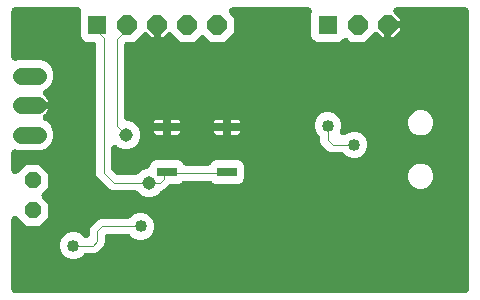
<source format=gbr>
G04 EAGLE Gerber RS-274X export*
G75*
%MOMM*%
%FSLAX34Y34*%
%LPD*%
%INBottom Copper*%
%IPPOS*%
%AMOC8*
5,1,8,0,0,1.08239X$1,22.5*%
G01*
%ADD10C,1.422400*%
%ADD11R,1.625600X1.625600*%
%ADD12P,1.759533X8X112.500000*%
%ADD13R,1.651000X0.762000*%
%ADD14P,1.539592X8X292.500000*%
%ADD15C,1.016000*%
%ADD16C,0.050800*%
%ADD17C,1.143000*%

G36*
X591896Y171253D02*
X591896Y171253D01*
X591972Y171251D01*
X592141Y171273D01*
X592312Y171287D01*
X592386Y171305D01*
X592461Y171315D01*
X592625Y171364D01*
X592791Y171405D01*
X592860Y171435D01*
X592934Y171457D01*
X593087Y171533D01*
X593244Y171600D01*
X593308Y171641D01*
X593377Y171674D01*
X593516Y171773D01*
X593660Y171865D01*
X593717Y171916D01*
X593779Y171960D01*
X593900Y172080D01*
X594028Y172194D01*
X594076Y172253D01*
X594130Y172307D01*
X594231Y172445D01*
X594338Y172578D01*
X594375Y172644D01*
X594420Y172705D01*
X594497Y172858D01*
X594582Y173006D01*
X594608Y173078D01*
X594643Y173146D01*
X594694Y173309D01*
X594753Y173469D01*
X594768Y173544D01*
X594791Y173616D01*
X594803Y173721D01*
X594848Y173953D01*
X594855Y174189D01*
X594867Y174294D01*
X594867Y409906D01*
X594861Y409982D01*
X594863Y410058D01*
X594841Y410227D01*
X594827Y410398D01*
X594809Y410472D01*
X594799Y410547D01*
X594750Y410711D01*
X594709Y410877D01*
X594679Y410946D01*
X594657Y411020D01*
X594581Y411173D01*
X594514Y411330D01*
X594473Y411394D01*
X594440Y411463D01*
X594341Y411602D01*
X594249Y411746D01*
X594198Y411803D01*
X594154Y411865D01*
X594034Y411986D01*
X593920Y412114D01*
X593861Y412162D01*
X593807Y412216D01*
X593669Y412317D01*
X593536Y412424D01*
X593470Y412461D01*
X593409Y412506D01*
X593256Y412583D01*
X593108Y412668D01*
X593036Y412694D01*
X592968Y412729D01*
X592805Y412780D01*
X592645Y412839D01*
X592570Y412854D01*
X592498Y412877D01*
X592393Y412889D01*
X592161Y412934D01*
X591925Y412941D01*
X591820Y412953D01*
X534051Y412953D01*
X534013Y412950D01*
X533975Y412952D01*
X533767Y412930D01*
X533560Y412913D01*
X533523Y412904D01*
X533485Y412900D01*
X533283Y412845D01*
X533081Y412795D01*
X533046Y412780D01*
X533009Y412769D01*
X532819Y412682D01*
X532627Y412600D01*
X532595Y412580D01*
X532561Y412564D01*
X532387Y412447D01*
X532211Y412335D01*
X532183Y412310D01*
X532151Y412288D01*
X531999Y412145D01*
X531843Y412006D01*
X531819Y411977D01*
X531792Y411951D01*
X531664Y411785D01*
X531533Y411622D01*
X531515Y411589D01*
X531491Y411559D01*
X531393Y411375D01*
X531289Y411194D01*
X531276Y411158D01*
X531258Y411124D01*
X531190Y410927D01*
X531118Y410731D01*
X531111Y410694D01*
X531098Y410658D01*
X531063Y410451D01*
X531023Y410247D01*
X531022Y410209D01*
X531016Y410171D01*
X531014Y409962D01*
X531008Y409754D01*
X531013Y409716D01*
X531013Y409678D01*
X531045Y409471D01*
X531072Y409265D01*
X531083Y409228D01*
X531089Y409191D01*
X531154Y408992D01*
X531215Y408793D01*
X531232Y408758D01*
X531243Y408722D01*
X531340Y408537D01*
X531432Y408349D01*
X531454Y408318D01*
X531471Y408284D01*
X531529Y408212D01*
X531717Y407947D01*
X531838Y407825D01*
X531897Y407751D01*
X536957Y402691D01*
X536957Y401319D01*
X526288Y401319D01*
X526212Y401313D01*
X526136Y401316D01*
X525967Y401293D01*
X525797Y401279D01*
X525723Y401261D01*
X525647Y401251D01*
X525483Y401202D01*
X525318Y401161D01*
X525248Y401131D01*
X525175Y401109D01*
X525021Y401034D01*
X524864Y400966D01*
X524800Y400925D01*
X524732Y400892D01*
X524592Y400793D01*
X524448Y400701D01*
X524392Y400650D01*
X524329Y400606D01*
X524208Y400486D01*
X524080Y400372D01*
X524032Y400313D01*
X523978Y400259D01*
X523877Y400121D01*
X523770Y399988D01*
X523732Y399922D01*
X523687Y399860D01*
X523611Y399708D01*
X523526Y399559D01*
X523499Y399488D01*
X523465Y399420D01*
X523414Y399257D01*
X523354Y399097D01*
X523340Y399022D01*
X523317Y398949D01*
X523305Y398845D01*
X523260Y398613D01*
X523252Y398377D01*
X523241Y398272D01*
X523241Y387603D01*
X521869Y387603D01*
X518257Y391215D01*
X518199Y391264D01*
X518147Y391320D01*
X518012Y391424D01*
X517881Y391534D01*
X517816Y391574D01*
X517756Y391620D01*
X517605Y391701D01*
X517459Y391789D01*
X517388Y391817D01*
X517321Y391853D01*
X517159Y391909D01*
X517001Y391972D01*
X516926Y391989D01*
X516854Y392013D01*
X516686Y392042D01*
X516519Y392079D01*
X516443Y392083D01*
X516368Y392096D01*
X516197Y392097D01*
X516026Y392107D01*
X515951Y392098D01*
X515874Y392099D01*
X515705Y392072D01*
X515536Y392054D01*
X515463Y392034D01*
X515387Y392022D01*
X515225Y391969D01*
X515060Y391924D01*
X514991Y391892D01*
X514919Y391868D01*
X514767Y391789D01*
X514612Y391718D01*
X514548Y391675D01*
X514481Y391640D01*
X514399Y391575D01*
X514202Y391443D01*
X514030Y391281D01*
X513948Y391215D01*
X506780Y384047D01*
X494996Y384047D01*
X492723Y386320D01*
X492665Y386369D01*
X492613Y386425D01*
X492478Y386528D01*
X492347Y386639D01*
X492282Y386679D01*
X492222Y386725D01*
X492071Y386806D01*
X491925Y386894D01*
X491854Y386922D01*
X491787Y386958D01*
X491625Y387014D01*
X491467Y387077D01*
X491392Y387093D01*
X491320Y387118D01*
X491152Y387147D01*
X490985Y387184D01*
X490909Y387188D01*
X490834Y387201D01*
X490663Y387202D01*
X490493Y387211D01*
X490417Y387203D01*
X490341Y387204D01*
X490172Y387177D01*
X490002Y387159D01*
X489929Y387139D01*
X489853Y387127D01*
X489691Y387074D01*
X489526Y387029D01*
X489457Y386997D01*
X489385Y386973D01*
X489233Y386894D01*
X489078Y386823D01*
X489015Y386780D01*
X488947Y386745D01*
X488865Y386679D01*
X488669Y386547D01*
X488496Y386386D01*
X488414Y386320D01*
X487069Y384975D01*
X484829Y384047D01*
X466147Y384047D01*
X463906Y384975D01*
X462191Y386690D01*
X461263Y388931D01*
X461263Y407613D01*
X461730Y408740D01*
X461786Y408912D01*
X461848Y409081D01*
X461861Y409146D01*
X461881Y409209D01*
X461908Y409388D01*
X461943Y409565D01*
X461945Y409631D01*
X461955Y409697D01*
X461953Y409878D01*
X461958Y410058D01*
X461950Y410124D01*
X461949Y410191D01*
X461917Y410368D01*
X461894Y410547D01*
X461875Y410611D01*
X461863Y410676D01*
X461804Y410847D01*
X461751Y411020D01*
X461722Y411079D01*
X461700Y411142D01*
X461614Y411300D01*
X461535Y411463D01*
X461496Y411517D01*
X461464Y411575D01*
X461353Y411718D01*
X461249Y411865D01*
X461202Y411912D01*
X461162Y411965D01*
X461029Y412088D01*
X460902Y412216D01*
X460849Y412255D01*
X460800Y412300D01*
X460649Y412400D01*
X460504Y412506D01*
X460444Y412536D01*
X460389Y412573D01*
X460224Y412647D01*
X460063Y412729D01*
X460000Y412749D01*
X459939Y412776D01*
X459765Y412823D01*
X459593Y412877D01*
X459540Y412883D01*
X459463Y412904D01*
X458972Y412953D01*
X458938Y412951D01*
X458915Y412953D01*
X394808Y412953D01*
X394770Y412950D01*
X394732Y412952D01*
X394524Y412930D01*
X394317Y412913D01*
X394279Y412904D01*
X394242Y412900D01*
X394040Y412845D01*
X393838Y412795D01*
X393803Y412780D01*
X393766Y412769D01*
X393576Y412682D01*
X393384Y412600D01*
X393352Y412580D01*
X393317Y412564D01*
X393144Y412447D01*
X392968Y412335D01*
X392940Y412310D01*
X392908Y412288D01*
X392756Y412145D01*
X392600Y412006D01*
X392576Y411977D01*
X392549Y411951D01*
X392421Y411784D01*
X392290Y411622D01*
X392272Y411590D01*
X392248Y411559D01*
X392149Y411375D01*
X392046Y411194D01*
X392033Y411158D01*
X392015Y411124D01*
X391947Y410927D01*
X391875Y410731D01*
X391868Y410694D01*
X391855Y410658D01*
X391820Y410451D01*
X391780Y410247D01*
X391779Y410209D01*
X391773Y410171D01*
X391771Y409962D01*
X391765Y409754D01*
X391770Y409716D01*
X391770Y409678D01*
X391802Y409471D01*
X391829Y409265D01*
X391840Y409228D01*
X391846Y409191D01*
X391911Y408992D01*
X391972Y408793D01*
X391988Y408758D01*
X392000Y408722D01*
X392097Y408537D01*
X392189Y408349D01*
X392211Y408318D01*
X392228Y408284D01*
X392286Y408212D01*
X392474Y407947D01*
X392595Y407825D01*
X392654Y407751D01*
X396241Y404164D01*
X396241Y392380D01*
X387908Y384047D01*
X376124Y384047D01*
X371471Y388700D01*
X371413Y388750D01*
X371360Y388805D01*
X371225Y388909D01*
X371095Y389020D01*
X371029Y389059D01*
X370969Y389106D01*
X370819Y389186D01*
X370672Y389275D01*
X370601Y389303D01*
X370534Y389339D01*
X370373Y389394D01*
X370214Y389458D01*
X370140Y389474D01*
X370068Y389499D01*
X369899Y389527D01*
X369732Y389564D01*
X369656Y389569D01*
X369581Y389581D01*
X369410Y389582D01*
X369240Y389592D01*
X369164Y389584D01*
X369088Y389584D01*
X368919Y389558D01*
X368749Y389540D01*
X368676Y389520D01*
X368601Y389508D01*
X368438Y389454D01*
X368274Y389409D01*
X368204Y389377D01*
X368132Y389354D01*
X367981Y389275D01*
X367825Y389203D01*
X367762Y389161D01*
X367694Y389126D01*
X367612Y389060D01*
X367416Y388928D01*
X367244Y388766D01*
X367161Y388700D01*
X362508Y384047D01*
X350724Y384047D01*
X343556Y391215D01*
X343498Y391264D01*
X343446Y391320D01*
X343310Y391424D01*
X343180Y391534D01*
X343115Y391574D01*
X343055Y391620D01*
X342904Y391701D01*
X342758Y391789D01*
X342687Y391817D01*
X342620Y391853D01*
X342458Y391909D01*
X342300Y391972D01*
X342225Y391989D01*
X342153Y392013D01*
X341985Y392042D01*
X341818Y392079D01*
X341742Y392083D01*
X341667Y392096D01*
X341496Y392097D01*
X341325Y392107D01*
X341250Y392098D01*
X341173Y392099D01*
X341004Y392072D01*
X340835Y392054D01*
X340762Y392034D01*
X340686Y392022D01*
X340524Y391969D01*
X340359Y391924D01*
X340290Y391892D01*
X340218Y391868D01*
X340066Y391789D01*
X339911Y391718D01*
X339848Y391675D01*
X339780Y391640D01*
X339698Y391575D01*
X339501Y391443D01*
X339329Y391281D01*
X339247Y391215D01*
X335635Y387603D01*
X334263Y387603D01*
X334263Y398272D01*
X334257Y398348D01*
X334260Y398424D01*
X334237Y398593D01*
X334223Y398763D01*
X334205Y398837D01*
X334195Y398913D01*
X334146Y399077D01*
X334105Y399242D01*
X334075Y399312D01*
X334053Y399385D01*
X333978Y399539D01*
X333910Y399696D01*
X333869Y399760D01*
X333836Y399828D01*
X333737Y399968D01*
X333645Y400112D01*
X333594Y400168D01*
X333550Y400231D01*
X333430Y400352D01*
X333316Y400480D01*
X333257Y400527D01*
X333204Y400582D01*
X333065Y400682D01*
X332933Y400789D01*
X332866Y400827D01*
X332805Y400872D01*
X332652Y400949D01*
X332504Y401033D01*
X332432Y401060D01*
X332364Y401094D01*
X332202Y401146D01*
X332041Y401205D01*
X331967Y401220D01*
X331894Y401243D01*
X331789Y401254D01*
X331557Y401300D01*
X331321Y401307D01*
X331216Y401319D01*
X331140Y401313D01*
X331064Y401315D01*
X330894Y401293D01*
X330724Y401279D01*
X330650Y401261D01*
X330575Y401251D01*
X330411Y401201D01*
X330245Y401160D01*
X330175Y401130D01*
X330102Y401108D01*
X329949Y401033D01*
X329792Y400966D01*
X329728Y400925D01*
X329659Y400891D01*
X329520Y400792D01*
X329376Y400701D01*
X329319Y400650D01*
X329257Y400606D01*
X329135Y400486D01*
X329008Y400372D01*
X328960Y400313D01*
X328906Y400259D01*
X328805Y400121D01*
X328698Y399988D01*
X328660Y399922D01*
X328615Y399860D01*
X328539Y399708D01*
X328454Y399559D01*
X328427Y399488D01*
X328393Y399420D01*
X328342Y399257D01*
X328282Y399097D01*
X328268Y399022D01*
X328245Y398949D01*
X328233Y398845D01*
X328188Y398613D01*
X328180Y398377D01*
X328169Y398272D01*
X328169Y387603D01*
X326797Y387603D01*
X323185Y391215D01*
X323127Y391264D01*
X323075Y391320D01*
X322940Y391424D01*
X322809Y391534D01*
X322744Y391574D01*
X322684Y391620D01*
X322533Y391701D01*
X322387Y391789D01*
X322316Y391817D01*
X322249Y391853D01*
X322087Y391909D01*
X321929Y391972D01*
X321854Y391989D01*
X321782Y392013D01*
X321614Y392042D01*
X321447Y392079D01*
X321371Y392083D01*
X321296Y392096D01*
X321125Y392097D01*
X320954Y392107D01*
X320879Y392098D01*
X320802Y392099D01*
X320633Y392072D01*
X320464Y392054D01*
X320391Y392034D01*
X320315Y392022D01*
X320153Y391969D01*
X319988Y391924D01*
X319919Y391892D01*
X319847Y391868D01*
X319695Y391789D01*
X319540Y391718D01*
X319476Y391675D01*
X319409Y391640D01*
X319327Y391575D01*
X319130Y391443D01*
X318958Y391281D01*
X318876Y391215D01*
X311708Y384047D01*
X306070Y384047D01*
X305994Y384041D01*
X305918Y384043D01*
X305749Y384021D01*
X305578Y384007D01*
X305504Y383989D01*
X305429Y383979D01*
X305265Y383930D01*
X305099Y383889D01*
X305030Y383859D01*
X304956Y383837D01*
X304803Y383761D01*
X304646Y383694D01*
X304582Y383653D01*
X304513Y383620D01*
X304374Y383521D01*
X304230Y383429D01*
X304173Y383378D01*
X304111Y383334D01*
X303990Y383214D01*
X303862Y383100D01*
X303814Y383041D01*
X303760Y382987D01*
X303659Y382849D01*
X303552Y382716D01*
X303515Y382650D01*
X303470Y382589D01*
X303393Y382436D01*
X303308Y382288D01*
X303282Y382216D01*
X303247Y382148D01*
X303196Y381985D01*
X303137Y381825D01*
X303122Y381750D01*
X303099Y381678D01*
X303087Y381573D01*
X303042Y381341D01*
X303035Y381105D01*
X303023Y381000D01*
X303023Y319659D01*
X303029Y319583D01*
X303027Y319507D01*
X303049Y319338D01*
X303063Y319167D01*
X303081Y319093D01*
X303091Y319018D01*
X303140Y318854D01*
X303181Y318688D01*
X303211Y318619D01*
X303233Y318545D01*
X303309Y318392D01*
X303376Y318235D01*
X303417Y318171D01*
X303450Y318102D01*
X303549Y317963D01*
X303641Y317819D01*
X303692Y317762D01*
X303736Y317700D01*
X303856Y317579D01*
X303970Y317451D01*
X304029Y317403D01*
X304083Y317349D01*
X304221Y317248D01*
X304354Y317141D01*
X304420Y317104D01*
X304481Y317059D01*
X304634Y316982D01*
X304782Y316897D01*
X304854Y316871D01*
X304922Y316836D01*
X305085Y316785D01*
X305245Y316726D01*
X305320Y316711D01*
X305392Y316688D01*
X305497Y316676D01*
X305729Y316631D01*
X305965Y316624D01*
X306070Y316612D01*
X307150Y316612D01*
X311491Y314814D01*
X314814Y311491D01*
X316612Y307150D01*
X316612Y302450D01*
X314814Y298109D01*
X311491Y294786D01*
X307150Y292988D01*
X302450Y292988D01*
X298109Y294786D01*
X297303Y295593D01*
X297274Y295618D01*
X297248Y295646D01*
X297086Y295777D01*
X296927Y295912D01*
X296894Y295932D01*
X296864Y295956D01*
X296683Y296059D01*
X296504Y296167D01*
X296469Y296181D01*
X296436Y296200D01*
X296240Y296273D01*
X296046Y296350D01*
X296009Y296358D01*
X295973Y296372D01*
X295769Y296412D01*
X295565Y296457D01*
X295526Y296459D01*
X295489Y296466D01*
X295281Y296473D01*
X295072Y296485D01*
X295034Y296481D01*
X294996Y296482D01*
X294790Y296455D01*
X294581Y296432D01*
X294545Y296422D01*
X294507Y296417D01*
X294307Y296357D01*
X294106Y296302D01*
X294071Y296286D01*
X294034Y296275D01*
X293847Y296183D01*
X293657Y296096D01*
X293626Y296075D01*
X293591Y296058D01*
X293421Y295937D01*
X293248Y295821D01*
X293220Y295795D01*
X293189Y295772D01*
X293041Y295626D01*
X292888Y295483D01*
X292865Y295453D01*
X292838Y295426D01*
X292715Y295257D01*
X292588Y295091D01*
X292570Y295058D01*
X292548Y295027D01*
X292454Y294841D01*
X292355Y294657D01*
X292343Y294621D01*
X292325Y294587D01*
X292262Y294387D01*
X292195Y294190D01*
X292189Y294153D01*
X292177Y294116D01*
X292167Y294023D01*
X292112Y293704D01*
X292111Y293532D01*
X292101Y293438D01*
X292101Y276943D01*
X292110Y276829D01*
X292109Y276715D01*
X292130Y276583D01*
X292141Y276451D01*
X292168Y276340D01*
X292186Y276227D01*
X292227Y276101D01*
X292259Y275972D01*
X292304Y275867D01*
X292340Y275759D01*
X292402Y275641D01*
X292454Y275519D01*
X292515Y275423D01*
X292568Y275321D01*
X292627Y275248D01*
X292719Y275103D01*
X292935Y274861D01*
X292993Y274788D01*
X296124Y271657D01*
X296211Y271583D01*
X296291Y271502D01*
X296399Y271424D01*
X296500Y271338D01*
X296598Y271279D01*
X296690Y271212D01*
X296809Y271152D01*
X296923Y271083D01*
X297029Y271041D01*
X297131Y270989D01*
X297257Y270949D01*
X297381Y270900D01*
X297492Y270875D01*
X297601Y270841D01*
X297695Y270831D01*
X297862Y270793D01*
X298187Y270775D01*
X298279Y270765D01*
X312234Y270765D01*
X312348Y270774D01*
X312462Y270773D01*
X312594Y270794D01*
X312726Y270805D01*
X312837Y270832D01*
X312950Y270850D01*
X313076Y270891D01*
X313205Y270923D01*
X313310Y270968D01*
X313418Y271004D01*
X313536Y271066D01*
X313658Y271118D01*
X313754Y271179D01*
X313856Y271232D01*
X313929Y271291D01*
X314074Y271383D01*
X314316Y271599D01*
X314389Y271657D01*
X317159Y274428D01*
X321500Y276226D01*
X321981Y276226D01*
X322199Y276243D01*
X322416Y276257D01*
X322444Y276263D01*
X322472Y276266D01*
X322685Y276318D01*
X322897Y276367D01*
X322924Y276378D01*
X322951Y276384D01*
X323152Y276471D01*
X323354Y276553D01*
X323378Y276568D01*
X323405Y276579D01*
X323589Y276696D01*
X323775Y276810D01*
X323797Y276829D01*
X323821Y276844D01*
X323983Y276989D01*
X324149Y277132D01*
X324167Y277154D01*
X324189Y277173D01*
X324325Y277342D01*
X324466Y277510D01*
X324478Y277531D01*
X324499Y277557D01*
X324743Y277985D01*
X324771Y278061D01*
X324796Y278107D01*
X325920Y280822D01*
X327635Y282537D01*
X329876Y283465D01*
X348812Y283465D01*
X351053Y282537D01*
X352768Y280822D01*
X352787Y280774D01*
X352887Y280579D01*
X352983Y280383D01*
X352999Y280360D01*
X353012Y280335D01*
X353142Y280159D01*
X353268Y279981D01*
X353288Y279961D01*
X353305Y279938D01*
X353462Y279785D01*
X353615Y279630D01*
X353638Y279613D01*
X353659Y279593D01*
X353838Y279468D01*
X354014Y279340D01*
X354039Y279327D01*
X354063Y279310D01*
X354260Y279216D01*
X354454Y279117D01*
X354481Y279109D01*
X354507Y279096D01*
X354716Y279035D01*
X354925Y278969D01*
X354948Y278966D01*
X354980Y278957D01*
X355470Y278896D01*
X355550Y278899D01*
X355603Y278893D01*
X373885Y278893D01*
X374103Y278910D01*
X374321Y278924D01*
X374349Y278930D01*
X374377Y278933D01*
X374589Y278985D01*
X374802Y279034D01*
X374828Y279045D01*
X374856Y279051D01*
X375057Y279138D01*
X375259Y279220D01*
X375283Y279235D01*
X375309Y279246D01*
X375493Y279363D01*
X375680Y279477D01*
X375701Y279496D01*
X375725Y279511D01*
X375888Y279656D01*
X376054Y279799D01*
X376072Y279821D01*
X376093Y279840D01*
X376230Y280009D01*
X376371Y280177D01*
X376382Y280197D01*
X376403Y280224D01*
X376647Y280652D01*
X376675Y280728D01*
X376701Y280774D01*
X376720Y280822D01*
X378435Y282537D01*
X380676Y283465D01*
X399612Y283465D01*
X401853Y282537D01*
X403568Y280822D01*
X404496Y278581D01*
X404496Y268535D01*
X403568Y266294D01*
X401853Y264579D01*
X399612Y263651D01*
X380676Y263651D01*
X378435Y264579D01*
X377716Y265299D01*
X377629Y265373D01*
X377549Y265454D01*
X377442Y265532D01*
X377340Y265618D01*
X377242Y265677D01*
X377150Y265744D01*
X377032Y265804D01*
X376918Y265873D01*
X376811Y265915D01*
X376710Y265967D01*
X376583Y266007D01*
X376460Y266056D01*
X376348Y266081D01*
X376239Y266115D01*
X376146Y266125D01*
X375978Y266163D01*
X375654Y266181D01*
X375561Y266191D01*
X353927Y266191D01*
X353813Y266182D01*
X353699Y266183D01*
X353567Y266162D01*
X353435Y266151D01*
X353324Y266124D01*
X353211Y266106D01*
X353085Y266065D01*
X352956Y266033D01*
X352851Y265988D01*
X352743Y265952D01*
X352625Y265890D01*
X352503Y265838D01*
X352406Y265777D01*
X352305Y265724D01*
X352231Y265665D01*
X352087Y265573D01*
X351844Y265357D01*
X351772Y265299D01*
X351053Y264579D01*
X348812Y263651D01*
X342983Y263651D01*
X342869Y263642D01*
X342755Y263643D01*
X342623Y263622D01*
X342491Y263611D01*
X342380Y263584D01*
X342267Y263566D01*
X342141Y263525D01*
X342012Y263493D01*
X341907Y263448D01*
X341799Y263412D01*
X341681Y263350D01*
X341559Y263298D01*
X341463Y263237D01*
X341361Y263184D01*
X341288Y263125D01*
X341143Y263033D01*
X340901Y262817D01*
X340828Y262759D01*
X336845Y258776D01*
X334112Y257644D01*
X334104Y257640D01*
X334095Y257637D01*
X333882Y257526D01*
X333673Y257419D01*
X333666Y257413D01*
X333657Y257409D01*
X333625Y257383D01*
X333276Y257126D01*
X333185Y257032D01*
X333124Y256983D01*
X330541Y254400D01*
X326200Y252602D01*
X321500Y252602D01*
X317159Y254400D01*
X314389Y257171D01*
X314302Y257245D01*
X314222Y257326D01*
X314114Y257404D01*
X314013Y257490D01*
X313915Y257549D01*
X313823Y257616D01*
X313704Y257676D01*
X313590Y257745D01*
X313484Y257787D01*
X313382Y257839D01*
X313256Y257879D01*
X313132Y257928D01*
X313021Y257953D01*
X312912Y257987D01*
X312818Y257997D01*
X312651Y258035D01*
X312326Y258053D01*
X312234Y258063D01*
X293123Y258063D01*
X290789Y259030D01*
X280366Y269453D01*
X279399Y271787D01*
X279399Y381000D01*
X279393Y381076D01*
X279395Y381152D01*
X279373Y381321D01*
X279359Y381492D01*
X279341Y381566D01*
X279331Y381641D01*
X279282Y381805D01*
X279241Y381971D01*
X279211Y382040D01*
X279189Y382114D01*
X279113Y382267D01*
X279046Y382424D01*
X279005Y382488D01*
X278972Y382557D01*
X278873Y382696D01*
X278781Y382840D01*
X278730Y382897D01*
X278686Y382959D01*
X278566Y383080D01*
X278452Y383208D01*
X278393Y383256D01*
X278339Y383310D01*
X278201Y383411D01*
X278068Y383518D01*
X278002Y383555D01*
X277941Y383600D01*
X277788Y383677D01*
X277640Y383762D01*
X277568Y383788D01*
X277500Y383823D01*
X277337Y383874D01*
X277177Y383933D01*
X277102Y383948D01*
X277030Y383971D01*
X276925Y383983D01*
X276693Y384028D01*
X276457Y384035D01*
X276352Y384047D01*
X271075Y384047D01*
X268834Y384975D01*
X267119Y386690D01*
X266191Y388931D01*
X266191Y407613D01*
X266658Y408740D01*
X266714Y408912D01*
X266776Y409081D01*
X266789Y409146D01*
X266809Y409209D01*
X266836Y409388D01*
X266871Y409565D01*
X266873Y409631D01*
X266883Y409697D01*
X266881Y409878D01*
X266886Y410058D01*
X266878Y410124D01*
X266877Y410191D01*
X266845Y410368D01*
X266822Y410547D01*
X266803Y410611D01*
X266791Y410676D01*
X266732Y410847D01*
X266679Y411020D01*
X266650Y411079D01*
X266628Y411142D01*
X266542Y411300D01*
X266463Y411463D01*
X266424Y411517D01*
X266392Y411575D01*
X266281Y411718D01*
X266177Y411865D01*
X266130Y411912D01*
X266090Y411965D01*
X265957Y412088D01*
X265830Y412216D01*
X265777Y412255D01*
X265728Y412300D01*
X265577Y412400D01*
X265432Y412506D01*
X265372Y412536D01*
X265317Y412573D01*
X265152Y412647D01*
X264991Y412729D01*
X264928Y412749D01*
X264867Y412776D01*
X264693Y412823D01*
X264521Y412877D01*
X264468Y412883D01*
X264391Y412904D01*
X263900Y412953D01*
X263866Y412951D01*
X263843Y412953D01*
X210692Y412953D01*
X210616Y412947D01*
X210540Y412949D01*
X210371Y412927D01*
X210200Y412913D01*
X210126Y412895D01*
X210051Y412885D01*
X209887Y412836D01*
X209721Y412795D01*
X209652Y412765D01*
X209578Y412743D01*
X209425Y412667D01*
X209268Y412600D01*
X209204Y412559D01*
X209135Y412526D01*
X208996Y412427D01*
X208852Y412335D01*
X208795Y412284D01*
X208733Y412240D01*
X208612Y412120D01*
X208484Y412006D01*
X208436Y411947D01*
X208382Y411893D01*
X208281Y411755D01*
X208174Y411622D01*
X208137Y411556D01*
X208092Y411495D01*
X208015Y411342D01*
X207930Y411194D01*
X207904Y411122D01*
X207869Y411054D01*
X207818Y410891D01*
X207759Y410731D01*
X207744Y410656D01*
X207721Y410584D01*
X207709Y410479D01*
X207664Y410247D01*
X207657Y410011D01*
X207645Y409906D01*
X207645Y370760D01*
X207659Y370580D01*
X207666Y370400D01*
X207679Y370335D01*
X207685Y370269D01*
X207728Y370093D01*
X207764Y369917D01*
X207787Y369854D01*
X207803Y369790D01*
X207875Y369624D01*
X207938Y369455D01*
X207972Y369397D01*
X207998Y369336D01*
X208095Y369184D01*
X208185Y369028D01*
X208227Y368976D01*
X208263Y368920D01*
X208383Y368786D01*
X208498Y368646D01*
X208547Y368602D01*
X208592Y368552D01*
X208732Y368439D01*
X208867Y368320D01*
X208924Y368284D01*
X208976Y368242D01*
X209132Y368153D01*
X209285Y368057D01*
X209346Y368031D01*
X209404Y367998D01*
X209574Y367936D01*
X209740Y367866D01*
X209804Y367850D01*
X209867Y367827D01*
X210044Y367792D01*
X210219Y367750D01*
X210286Y367745D01*
X210351Y367732D01*
X210531Y367727D01*
X210711Y367713D01*
X210778Y367719D01*
X210844Y367717D01*
X211023Y367740D01*
X211203Y367756D01*
X211253Y367771D01*
X211333Y367781D01*
X211805Y367924D01*
X211836Y367939D01*
X211858Y367945D01*
X213007Y368421D01*
X232485Y368421D01*
X237340Y366410D01*
X241056Y362694D01*
X243067Y357839D01*
X243067Y352585D01*
X241056Y347730D01*
X237340Y344014D01*
X235962Y343443D01*
X235808Y343364D01*
X235651Y343293D01*
X235589Y343252D01*
X235523Y343218D01*
X235384Y343116D01*
X235240Y343020D01*
X235186Y342969D01*
X235126Y342925D01*
X235006Y342802D01*
X234879Y342684D01*
X234833Y342625D01*
X234782Y342572D01*
X234682Y342431D01*
X234576Y342294D01*
X234541Y342229D01*
X234499Y342168D01*
X234424Y342012D01*
X234341Y341860D01*
X234317Y341790D01*
X234285Y341724D01*
X234236Y341558D01*
X234179Y341394D01*
X234166Y341321D01*
X234145Y341250D01*
X234124Y341079D01*
X234094Y340908D01*
X234093Y340834D01*
X234084Y340761D01*
X234090Y340588D01*
X234088Y340415D01*
X234099Y340342D01*
X234102Y340268D01*
X234136Y340099D01*
X234162Y339927D01*
X234185Y339857D01*
X234200Y339784D01*
X234261Y339623D01*
X234314Y339458D01*
X234348Y339392D01*
X234374Y339323D01*
X234461Y339173D01*
X234540Y339019D01*
X234584Y338960D01*
X234621Y338896D01*
X234731Y338762D01*
X234834Y338623D01*
X234876Y338584D01*
X234934Y338514D01*
X235303Y338187D01*
X235324Y338174D01*
X235337Y338163D01*
X236146Y337575D01*
X237221Y336500D01*
X238114Y335271D01*
X238804Y333917D01*
X239017Y333259D01*
X222746Y333259D01*
X222670Y333253D01*
X222594Y333256D01*
X222425Y333233D01*
X222255Y333219D01*
X222181Y333201D01*
X222105Y333191D01*
X221941Y333142D01*
X221776Y333101D01*
X221706Y333071D01*
X221633Y333049D01*
X221479Y332974D01*
X221322Y332906D01*
X221258Y332865D01*
X221190Y332832D01*
X221050Y332733D01*
X220906Y332641D01*
X220850Y332590D01*
X220787Y332546D01*
X220666Y332426D01*
X220538Y332312D01*
X220491Y332253D01*
X220436Y332200D01*
X220336Y332061D01*
X220229Y331929D01*
X220191Y331862D01*
X220146Y331801D01*
X220069Y331648D01*
X219985Y331500D01*
X219958Y331428D01*
X219924Y331360D01*
X219872Y331198D01*
X219813Y331037D01*
X219798Y330963D01*
X219775Y330890D01*
X219764Y330785D01*
X219718Y330553D01*
X219711Y330317D01*
X219699Y330212D01*
X219705Y330136D01*
X219703Y330060D01*
X219725Y329890D01*
X219739Y329720D01*
X219757Y329646D01*
X219767Y329571D01*
X219817Y329407D01*
X219858Y329241D01*
X219888Y329171D01*
X219910Y329098D01*
X219985Y328945D01*
X220052Y328788D01*
X220093Y328724D01*
X220127Y328655D01*
X220226Y328516D01*
X220317Y328372D01*
X220368Y328315D01*
X220412Y328253D01*
X220532Y328131D01*
X220646Y328004D01*
X220705Y327956D01*
X220759Y327902D01*
X220897Y327801D01*
X221030Y327694D01*
X221096Y327656D01*
X221158Y327611D01*
X221310Y327535D01*
X221459Y327450D01*
X221530Y327423D01*
X221598Y327389D01*
X221761Y327338D01*
X221921Y327278D01*
X221996Y327264D01*
X222069Y327241D01*
X222173Y327229D01*
X222405Y327184D01*
X222641Y327176D01*
X222746Y327165D01*
X239017Y327165D01*
X238804Y326507D01*
X238114Y325153D01*
X237221Y323924D01*
X236146Y322849D01*
X235337Y322261D01*
X235206Y322149D01*
X235069Y322043D01*
X235019Y321988D01*
X234963Y321940D01*
X234851Y321808D01*
X234734Y321681D01*
X234693Y321619D01*
X234645Y321562D01*
X234557Y321414D01*
X234461Y321270D01*
X234430Y321202D01*
X234393Y321139D01*
X234329Y320978D01*
X234258Y320820D01*
X234239Y320748D01*
X234212Y320680D01*
X234175Y320511D01*
X234130Y320344D01*
X234123Y320270D01*
X234107Y320197D01*
X234099Y320025D01*
X234081Y319853D01*
X234086Y319779D01*
X234082Y319705D01*
X234101Y319533D01*
X234112Y319360D01*
X234129Y319288D01*
X234137Y319214D01*
X234183Y319048D01*
X234222Y318879D01*
X234250Y318811D01*
X234270Y318739D01*
X234343Y318583D01*
X234408Y318422D01*
X234447Y318359D01*
X234478Y318292D01*
X234575Y318149D01*
X234665Y318002D01*
X234714Y317945D01*
X234755Y317884D01*
X234874Y317759D01*
X234987Y317628D01*
X235044Y317580D01*
X235095Y317526D01*
X235233Y317422D01*
X235365Y317311D01*
X235416Y317282D01*
X235488Y317228D01*
X235924Y316997D01*
X235947Y316989D01*
X235962Y316981D01*
X237340Y316410D01*
X241056Y312694D01*
X243067Y307839D01*
X243067Y302585D01*
X241056Y297730D01*
X237340Y294014D01*
X232485Y292003D01*
X213007Y292003D01*
X211858Y292479D01*
X211687Y292534D01*
X211517Y292597D01*
X211452Y292610D01*
X211389Y292630D01*
X211210Y292657D01*
X211033Y292692D01*
X210967Y292694D01*
X210901Y292704D01*
X210720Y292702D01*
X210540Y292707D01*
X210474Y292698D01*
X210407Y292698D01*
X210230Y292666D01*
X210051Y292643D01*
X209987Y292623D01*
X209922Y292612D01*
X209751Y292552D01*
X209578Y292500D01*
X209519Y292471D01*
X209456Y292449D01*
X209298Y292363D01*
X209135Y292283D01*
X209081Y292245D01*
X209023Y292213D01*
X208880Y292102D01*
X208733Y291998D01*
X208686Y291951D01*
X208633Y291910D01*
X208510Y291778D01*
X208382Y291651D01*
X208343Y291597D01*
X208298Y291549D01*
X208198Y291398D01*
X208092Y291252D01*
X208062Y291193D01*
X208025Y291138D01*
X207951Y290973D01*
X207869Y290812D01*
X207849Y290748D01*
X207822Y290688D01*
X207775Y290514D01*
X207721Y290341D01*
X207715Y290289D01*
X207694Y290211D01*
X207645Y289720D01*
X207647Y289687D01*
X207645Y289664D01*
X207645Y274575D01*
X207648Y274537D01*
X207646Y274499D01*
X207668Y274292D01*
X207685Y274084D01*
X207694Y274047D01*
X207698Y274009D01*
X207753Y273808D01*
X207803Y273605D01*
X207818Y273570D01*
X207829Y273533D01*
X207916Y273343D01*
X207998Y273151D01*
X208018Y273119D01*
X208034Y273085D01*
X208151Y272911D01*
X208263Y272735D01*
X208288Y272707D01*
X208310Y272675D01*
X208453Y272523D01*
X208592Y272368D01*
X208621Y272344D01*
X208647Y272316D01*
X208813Y272189D01*
X208976Y272058D01*
X209009Y272039D01*
X209039Y272016D01*
X209223Y271917D01*
X209404Y271814D01*
X209440Y271800D01*
X209474Y271782D01*
X209671Y271715D01*
X209867Y271642D01*
X209904Y271635D01*
X209940Y271622D01*
X210147Y271587D01*
X210351Y271547D01*
X210389Y271546D01*
X210427Y271540D01*
X210636Y271538D01*
X210844Y271532D01*
X210882Y271537D01*
X210920Y271537D01*
X211127Y271569D01*
X211333Y271596D01*
X211370Y271607D01*
X211407Y271613D01*
X211606Y271679D01*
X211805Y271739D01*
X211840Y271756D01*
X211876Y271768D01*
X212061Y271864D01*
X212249Y271956D01*
X212280Y271978D01*
X212314Y271995D01*
X212386Y272053D01*
X212651Y272241D01*
X212773Y272362D01*
X212847Y272421D01*
X220335Y279909D01*
X231277Y279909D01*
X239015Y272171D01*
X239015Y261229D01*
X233941Y256155D01*
X233891Y256097D01*
X233836Y256045D01*
X233732Y255909D01*
X233621Y255779D01*
X233582Y255713D01*
X233536Y255653D01*
X233455Y255503D01*
X233367Y255356D01*
X233338Y255286D01*
X233302Y255218D01*
X233247Y255057D01*
X233184Y254898D01*
X233167Y254824D01*
X233142Y254752D01*
X233114Y254583D01*
X233077Y254417D01*
X233072Y254340D01*
X233060Y254265D01*
X233059Y254094D01*
X233049Y253924D01*
X233057Y253848D01*
X233057Y253772D01*
X233083Y253603D01*
X233101Y253433D01*
X233121Y253360D01*
X233133Y253285D01*
X233187Y253122D01*
X233232Y252958D01*
X233264Y252888D01*
X233288Y252816D01*
X233366Y252665D01*
X233438Y252509D01*
X233480Y252446D01*
X233515Y252378D01*
X233581Y252296D01*
X233713Y252100D01*
X233875Y251927D01*
X233941Y251845D01*
X239015Y246771D01*
X239015Y235829D01*
X231277Y228091D01*
X220335Y228091D01*
X212847Y235579D01*
X212818Y235604D01*
X212792Y235632D01*
X212630Y235763D01*
X212471Y235899D01*
X212438Y235919D01*
X212408Y235942D01*
X212227Y236046D01*
X212048Y236153D01*
X212013Y236168D01*
X211980Y236186D01*
X211784Y236259D01*
X211590Y236336D01*
X211553Y236345D01*
X211517Y236358D01*
X211312Y236398D01*
X211108Y236443D01*
X211070Y236445D01*
X211033Y236453D01*
X210825Y236459D01*
X210616Y236471D01*
X210578Y236467D01*
X210540Y236468D01*
X210333Y236441D01*
X210125Y236419D01*
X210089Y236409D01*
X210051Y236404D01*
X209851Y236343D01*
X209650Y236288D01*
X209615Y236272D01*
X209578Y236261D01*
X209391Y236169D01*
X209201Y236082D01*
X209169Y236061D01*
X209135Y236044D01*
X208966Y235924D01*
X208792Y235807D01*
X208764Y235781D01*
X208733Y235759D01*
X208585Y235612D01*
X208432Y235469D01*
X208409Y235439D01*
X208382Y235412D01*
X208259Y235243D01*
X208132Y235078D01*
X208114Y235044D01*
X208092Y235013D01*
X207998Y234827D01*
X207899Y234643D01*
X207886Y234607D01*
X207869Y234573D01*
X207807Y234374D01*
X207739Y234176D01*
X207733Y234139D01*
X207721Y234102D01*
X207711Y234010D01*
X207656Y233690D01*
X207655Y233518D01*
X207645Y233425D01*
X207645Y174294D01*
X207651Y174218D01*
X207649Y174142D01*
X207671Y173973D01*
X207685Y173802D01*
X207703Y173728D01*
X207713Y173653D01*
X207762Y173489D01*
X207803Y173323D01*
X207833Y173254D01*
X207855Y173180D01*
X207931Y173027D01*
X207998Y172870D01*
X208039Y172806D01*
X208072Y172737D01*
X208171Y172598D01*
X208263Y172454D01*
X208314Y172397D01*
X208358Y172335D01*
X208478Y172214D01*
X208592Y172086D01*
X208651Y172038D01*
X208705Y171984D01*
X208843Y171883D01*
X208976Y171776D01*
X209042Y171739D01*
X209103Y171694D01*
X209256Y171617D01*
X209404Y171532D01*
X209476Y171506D01*
X209544Y171471D01*
X209707Y171420D01*
X209867Y171361D01*
X209942Y171346D01*
X210014Y171323D01*
X210119Y171311D01*
X210351Y171266D01*
X210587Y171259D01*
X210692Y171247D01*
X591820Y171247D01*
X591896Y171253D01*
G37*
%LPC*%
G36*
X257873Y200151D02*
X257873Y200151D01*
X253765Y201853D01*
X250621Y204997D01*
X248919Y209105D01*
X248919Y213551D01*
X250621Y217659D01*
X253765Y220803D01*
X257873Y222505D01*
X262319Y222505D01*
X266427Y220803D01*
X268659Y218571D01*
X268746Y218497D01*
X268826Y218416D01*
X268934Y218338D01*
X269035Y218252D01*
X269133Y218193D01*
X269225Y218126D01*
X269343Y218066D01*
X269458Y217997D01*
X269564Y217955D01*
X269666Y217903D01*
X269792Y217863D01*
X269916Y217814D01*
X270027Y217789D01*
X270136Y217755D01*
X270230Y217745D01*
X270397Y217707D01*
X270722Y217689D01*
X270814Y217679D01*
X271018Y217679D01*
X271094Y217685D01*
X271170Y217683D01*
X271339Y217705D01*
X271510Y217719D01*
X271584Y217737D01*
X271659Y217747D01*
X271823Y217796D01*
X271989Y217837D01*
X272058Y217867D01*
X272132Y217889D01*
X272285Y217965D01*
X272442Y218032D01*
X272506Y218073D01*
X272575Y218106D01*
X272714Y218205D01*
X272858Y218297D01*
X272915Y218348D01*
X272977Y218392D01*
X273098Y218512D01*
X273226Y218626D01*
X273274Y218685D01*
X273328Y218739D01*
X273429Y218877D01*
X273536Y219010D01*
X273573Y219076D01*
X273618Y219137D01*
X273695Y219290D01*
X273780Y219438D01*
X273806Y219510D01*
X273841Y219578D01*
X273892Y219741D01*
X273951Y219901D01*
X273966Y219976D01*
X273989Y220048D01*
X274001Y220153D01*
X274046Y220385D01*
X274053Y220621D01*
X274065Y220726D01*
X274065Y224783D01*
X275032Y227117D01*
X280883Y232968D01*
X283217Y233935D01*
X306274Y233935D01*
X306388Y233944D01*
X306502Y233943D01*
X306634Y233964D01*
X306766Y233975D01*
X306877Y234002D01*
X306990Y234020D01*
X307116Y234061D01*
X307245Y234093D01*
X307350Y234138D01*
X307458Y234174D01*
X307576Y234236D01*
X307698Y234288D01*
X307794Y234349D01*
X307896Y234402D01*
X307969Y234461D01*
X308114Y234553D01*
X308356Y234769D01*
X308429Y234827D01*
X310661Y237059D01*
X314769Y238761D01*
X319215Y238761D01*
X323323Y237059D01*
X326467Y233915D01*
X328169Y229807D01*
X328169Y225361D01*
X326467Y221253D01*
X323323Y218109D01*
X319215Y216407D01*
X314769Y216407D01*
X310661Y218109D01*
X308429Y220341D01*
X308342Y220415D01*
X308262Y220496D01*
X308154Y220574D01*
X308053Y220660D01*
X307955Y220719D01*
X307863Y220786D01*
X307744Y220846D01*
X307631Y220915D01*
X307525Y220957D01*
X307423Y221009D01*
X307296Y221049D01*
X307172Y221098D01*
X307061Y221123D01*
X306952Y221157D01*
X306859Y221167D01*
X306691Y221205D01*
X306367Y221223D01*
X306274Y221233D01*
X289814Y221233D01*
X289738Y221227D01*
X289662Y221229D01*
X289493Y221207D01*
X289322Y221193D01*
X289248Y221175D01*
X289173Y221165D01*
X289009Y221116D01*
X288843Y221075D01*
X288774Y221045D01*
X288700Y221023D01*
X288547Y220947D01*
X288390Y220880D01*
X288326Y220839D01*
X288257Y220806D01*
X288118Y220707D01*
X287974Y220615D01*
X287917Y220564D01*
X287855Y220520D01*
X287734Y220400D01*
X287606Y220286D01*
X287558Y220227D01*
X287504Y220173D01*
X287403Y220035D01*
X287296Y219902D01*
X287259Y219836D01*
X287214Y219775D01*
X287137Y219622D01*
X287052Y219474D01*
X287026Y219402D01*
X286991Y219334D01*
X286940Y219171D01*
X286881Y219011D01*
X286866Y218936D01*
X286843Y218864D01*
X286831Y218759D01*
X286786Y218527D01*
X286779Y218291D01*
X286767Y218186D01*
X286767Y214129D01*
X285800Y211795D01*
X279949Y205944D01*
X277615Y204977D01*
X270814Y204977D01*
X270700Y204968D01*
X270586Y204969D01*
X270454Y204948D01*
X270322Y204937D01*
X270211Y204910D01*
X270098Y204892D01*
X269972Y204851D01*
X269843Y204819D01*
X269738Y204774D01*
X269630Y204738D01*
X269512Y204676D01*
X269390Y204624D01*
X269294Y204563D01*
X269192Y204510D01*
X269119Y204451D01*
X268974Y204359D01*
X268732Y204143D01*
X268659Y204085D01*
X266427Y201853D01*
X262319Y200151D01*
X257873Y200151D01*
G37*
%LPD*%
%LPC*%
G36*
X495617Y285495D02*
X495617Y285495D01*
X491509Y287197D01*
X489277Y289429D01*
X489190Y289503D01*
X489110Y289584D01*
X489002Y289662D01*
X488901Y289748D01*
X488803Y289807D01*
X488711Y289874D01*
X488593Y289934D01*
X488478Y290003D01*
X488372Y290045D01*
X488270Y290097D01*
X488144Y290137D01*
X488020Y290186D01*
X487909Y290211D01*
X487800Y290245D01*
X487706Y290255D01*
X487539Y290293D01*
X487214Y290311D01*
X487122Y290321D01*
X478289Y290321D01*
X475955Y291288D01*
X470104Y297139D01*
X469137Y299473D01*
X469137Y302210D01*
X469128Y302324D01*
X469129Y302438D01*
X469108Y302570D01*
X469097Y302702D01*
X469070Y302813D01*
X469052Y302926D01*
X469011Y303052D01*
X468979Y303181D01*
X468934Y303286D01*
X468898Y303394D01*
X468836Y303512D01*
X468784Y303634D01*
X468723Y303730D01*
X468670Y303832D01*
X468611Y303905D01*
X468519Y304050D01*
X468372Y304215D01*
X468356Y304237D01*
X468312Y304282D01*
X468303Y304292D01*
X468245Y304365D01*
X466013Y306597D01*
X464311Y310705D01*
X464311Y315151D01*
X466013Y319259D01*
X469157Y322403D01*
X473265Y324105D01*
X477711Y324105D01*
X481819Y322403D01*
X484963Y319259D01*
X486665Y315151D01*
X486665Y310705D01*
X485879Y308808D01*
X485835Y308673D01*
X485783Y308540D01*
X485760Y308438D01*
X485728Y308339D01*
X485707Y308198D01*
X485676Y308059D01*
X485670Y307954D01*
X485654Y307851D01*
X485656Y307708D01*
X485648Y307566D01*
X485659Y307462D01*
X485661Y307358D01*
X485685Y307217D01*
X485700Y307075D01*
X485728Y306975D01*
X485746Y306872D01*
X485793Y306737D01*
X485831Y306600D01*
X485875Y306505D01*
X485909Y306406D01*
X485977Y306281D01*
X486037Y306151D01*
X486095Y306065D01*
X486145Y305973D01*
X486232Y305860D01*
X486312Y305742D01*
X486384Y305666D01*
X486448Y305583D01*
X486552Y305486D01*
X486650Y305383D01*
X486733Y305319D01*
X486810Y305248D01*
X486928Y305169D01*
X487041Y305082D01*
X487134Y305033D01*
X487221Y304975D01*
X487351Y304916D01*
X487476Y304849D01*
X487575Y304815D01*
X487670Y304772D01*
X487808Y304735D01*
X487943Y304689D01*
X488046Y304672D01*
X488147Y304645D01*
X488288Y304630D01*
X488429Y304606D01*
X488534Y304606D01*
X488638Y304595D01*
X488780Y304604D01*
X488923Y304603D01*
X489026Y304620D01*
X489130Y304626D01*
X489269Y304658D01*
X489410Y304680D01*
X489509Y304713D01*
X489611Y304736D01*
X489743Y304790D01*
X489878Y304834D01*
X489971Y304883D01*
X490068Y304922D01*
X490190Y304996D01*
X490316Y305062D01*
X490377Y305111D01*
X490489Y305179D01*
X490818Y305463D01*
X490849Y305487D01*
X491509Y306147D01*
X495617Y307849D01*
X500063Y307849D01*
X504171Y306147D01*
X507315Y303003D01*
X509017Y298895D01*
X509017Y294449D01*
X507315Y290341D01*
X504171Y287197D01*
X500063Y285495D01*
X495617Y285495D01*
G37*
%LPD*%
%LPC*%
G36*
X552160Y304511D02*
X552160Y304511D01*
X548265Y306125D01*
X545285Y309105D01*
X543671Y313000D01*
X543671Y317216D01*
X545285Y321111D01*
X548265Y324091D01*
X552160Y325705D01*
X556376Y325705D01*
X560271Y324091D01*
X563251Y321111D01*
X564865Y317216D01*
X564865Y313000D01*
X563251Y309105D01*
X560271Y306125D01*
X556376Y304511D01*
X552160Y304511D01*
G37*
%LPD*%
%LPC*%
G36*
X552160Y259511D02*
X552160Y259511D01*
X548265Y261125D01*
X545285Y264105D01*
X543671Y268000D01*
X543671Y272216D01*
X545285Y276111D01*
X548265Y279091D01*
X552160Y280705D01*
X556376Y280705D01*
X560271Y279091D01*
X563251Y276111D01*
X564865Y272216D01*
X564865Y268000D01*
X563251Y264105D01*
X560271Y261125D01*
X556376Y259511D01*
X552160Y259511D01*
G37*
%LPD*%
%LPC*%
G36*
X529335Y387603D02*
X529335Y387603D01*
X529335Y395225D01*
X536957Y395225D01*
X536957Y393853D01*
X530707Y387603D01*
X529335Y387603D01*
G37*
%LPD*%
%LPC*%
G36*
X342391Y314705D02*
X342391Y314705D01*
X342391Y318009D01*
X347934Y318009D01*
X348580Y317836D01*
X349159Y317501D01*
X349632Y317028D01*
X349967Y316449D01*
X350140Y315803D01*
X350140Y314705D01*
X342391Y314705D01*
G37*
%LPD*%
%LPC*%
G36*
X393191Y314705D02*
X393191Y314705D01*
X393191Y318009D01*
X398734Y318009D01*
X399380Y317836D01*
X399959Y317501D01*
X400432Y317028D01*
X400767Y316449D01*
X400940Y315803D01*
X400940Y314705D01*
X393191Y314705D01*
G37*
%LPD*%
%LPC*%
G36*
X328548Y314705D02*
X328548Y314705D01*
X328548Y315803D01*
X328721Y316449D01*
X329056Y317028D01*
X329529Y317501D01*
X330108Y317836D01*
X330754Y318009D01*
X336297Y318009D01*
X336297Y314705D01*
X328548Y314705D01*
G37*
%LPD*%
%LPC*%
G36*
X379348Y314705D02*
X379348Y314705D01*
X379348Y315803D01*
X379521Y316449D01*
X379856Y317028D01*
X380329Y317501D01*
X380908Y317836D01*
X381554Y318009D01*
X387097Y318009D01*
X387097Y314705D01*
X379348Y314705D01*
G37*
%LPD*%
%LPC*%
G36*
X342391Y305307D02*
X342391Y305307D01*
X342391Y308611D01*
X350140Y308611D01*
X350140Y307513D01*
X349967Y306867D01*
X349632Y306288D01*
X349159Y305815D01*
X348580Y305480D01*
X347934Y305307D01*
X342391Y305307D01*
G37*
%LPD*%
%LPC*%
G36*
X393191Y305307D02*
X393191Y305307D01*
X393191Y308611D01*
X400940Y308611D01*
X400940Y307513D01*
X400767Y306867D01*
X400432Y306288D01*
X399959Y305815D01*
X399380Y305480D01*
X398734Y305307D01*
X393191Y305307D01*
G37*
%LPD*%
%LPC*%
G36*
X330754Y305307D02*
X330754Y305307D01*
X330108Y305480D01*
X329529Y305815D01*
X329056Y306288D01*
X328721Y306867D01*
X328548Y307513D01*
X328548Y308611D01*
X336297Y308611D01*
X336297Y305307D01*
X330754Y305307D01*
G37*
%LPD*%
%LPC*%
G36*
X381554Y305307D02*
X381554Y305307D01*
X380908Y305480D01*
X380329Y305815D01*
X379856Y306288D01*
X379521Y306867D01*
X379348Y307513D01*
X379348Y308611D01*
X387097Y308611D01*
X387097Y305307D01*
X381554Y305307D01*
G37*
%LPD*%
D10*
X215634Y330212D02*
X229858Y330212D01*
X229858Y305212D02*
X215634Y305212D01*
X215634Y355212D02*
X229858Y355212D01*
D11*
X280416Y398272D03*
D12*
X305816Y398272D03*
X331216Y398272D03*
X356616Y398272D03*
X382016Y398272D03*
D11*
X475488Y398272D03*
D12*
X500888Y398272D03*
X526288Y398272D03*
D13*
X339344Y273558D03*
X390144Y273558D03*
X339344Y311658D03*
X390144Y311658D03*
D14*
X225806Y266700D03*
X225806Y241300D03*
D15*
X223012Y385064D03*
X555244Y358648D03*
X408432Y321564D03*
X571500Y184150D03*
X488950Y177800D03*
X514350Y177800D03*
X539750Y177800D03*
X273050Y177800D03*
X242570Y177800D03*
X433832Y389382D03*
X501142Y262636D03*
X506730Y318008D03*
X442976Y321056D03*
X455676Y321056D03*
X571500Y209550D03*
X555244Y338328D03*
X349504Y227584D03*
X377952Y227584D03*
X467360Y227584D03*
X413004Y265684D03*
X451104Y265684D03*
X324104Y176784D03*
X387604Y176784D03*
X451104Y176784D03*
X580644Y312928D03*
X557276Y292100D03*
X252730Y255016D03*
X273050Y194056D03*
X506476Y338328D03*
X248666Y336296D03*
X321818Y372872D03*
D16*
X475488Y312928D02*
X475488Y300736D01*
X479552Y296672D01*
X497840Y296672D01*
D15*
X497840Y296672D03*
X475488Y312928D03*
D16*
X304800Y394208D02*
X296672Y386080D01*
X296672Y312928D01*
X304800Y304800D01*
X304800Y394208D02*
X305816Y394208D01*
X305816Y398272D01*
D17*
X304800Y304800D03*
D16*
X285750Y387350D02*
X279400Y393700D01*
X285750Y387350D02*
X285750Y273050D01*
X294386Y264414D02*
X323850Y264414D01*
X294386Y264414D02*
X285750Y273050D01*
X280416Y393700D02*
X279400Y393700D01*
X280416Y393700D02*
X280416Y398272D01*
X337058Y272542D02*
X389128Y272542D01*
X390144Y273558D01*
X339344Y273558D02*
X338074Y273558D01*
X337058Y272542D01*
X337058Y267970D01*
X333248Y264160D01*
X324104Y264160D01*
X323850Y264414D01*
D17*
X323850Y264414D03*
D16*
X316992Y227584D02*
X284480Y227584D01*
X280416Y223520D01*
X280416Y215392D01*
X276352Y211328D01*
X260096Y211328D01*
D15*
X316992Y227584D03*
X260096Y211328D03*
M02*

</source>
